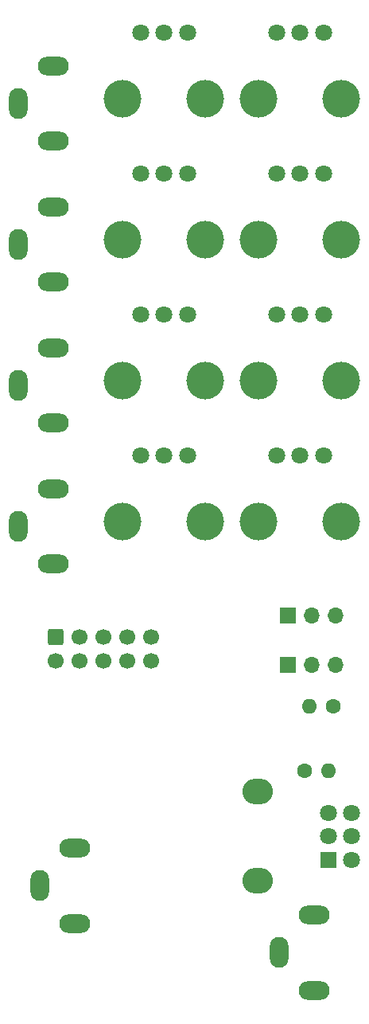
<source format=gts>
G04 #@! TF.GenerationSoftware,KiCad,Pcbnew,6.0.5-a6ca702e91~116~ubuntu22.04.1*
G04 #@! TF.CreationDate,2022-06-02T14:51:50-07:00*
G04 #@! TF.ProjectId,HEAR,48454152-2e6b-4696-9361-645f70636258,2.1*
G04 #@! TF.SameCoordinates,Original*
G04 #@! TF.FileFunction,Soldermask,Top*
G04 #@! TF.FilePolarity,Negative*
%FSLAX46Y46*%
G04 Gerber Fmt 4.6, Leading zero omitted, Abs format (unit mm)*
G04 Created by KiCad (PCBNEW 6.0.5-a6ca702e91~116~ubuntu22.04.1) date 2022-06-02 14:51:50*
%MOMM*%
%LPD*%
G01*
G04 APERTURE LIST*
G04 Aperture macros list*
%AMRoundRect*
0 Rectangle with rounded corners*
0 $1 Rounding radius*
0 $2 $3 $4 $5 $6 $7 $8 $9 X,Y pos of 4 corners*
0 Add a 4 corners polygon primitive as box body*
4,1,4,$2,$3,$4,$5,$6,$7,$8,$9,$2,$3,0*
0 Add four circle primitives for the rounded corners*
1,1,$1+$1,$2,$3*
1,1,$1+$1,$4,$5*
1,1,$1+$1,$6,$7*
1,1,$1+$1,$8,$9*
0 Add four rect primitives between the rounded corners*
20,1,$1+$1,$2,$3,$4,$5,0*
20,1,$1+$1,$4,$5,$6,$7,0*
20,1,$1+$1,$6,$7,$8,$9,0*
20,1,$1+$1,$8,$9,$2,$3,0*%
G04 Aperture macros list end*
%ADD10O,3.300000X2.000000*%
%ADD11O,2.000000X3.300000*%
%ADD12C,4.000000*%
%ADD13C,1.800000*%
%ADD14O,3.240000X2.720000*%
%ADD15R,1.800000X1.800000*%
%ADD16RoundRect,0.250000X-0.600000X0.600000X-0.600000X-0.600000X0.600000X-0.600000X0.600000X0.600000X0*%
%ADD17C,1.700000*%
%ADD18R,1.700000X1.700000*%
%ADD19O,1.700000X1.700000*%
%ADD20C,1.600000*%
%ADD21O,1.600000X1.600000*%
G04 APERTURE END LIST*
D10*
X19685000Y-53911000D03*
D11*
X15985000Y-49911000D03*
D10*
X19685000Y-45911000D03*
D12*
X41600000Y-79400000D03*
X50400000Y-79400000D03*
D13*
X43500000Y-72400000D03*
X46000000Y-72400000D03*
X48500000Y-72400000D03*
D10*
X19685000Y-38925000D03*
D11*
X15985000Y-34925000D03*
D10*
X19685000Y-30925000D03*
X19685000Y-68897000D03*
D11*
X15985000Y-64897000D03*
D10*
X19685000Y-60897000D03*
D12*
X27100000Y-34400000D03*
X35900000Y-34400000D03*
D13*
X29000000Y-27400000D03*
X31500000Y-27400000D03*
X34000000Y-27400000D03*
D12*
X41600000Y-49400000D03*
X50400000Y-49400000D03*
D13*
X43500000Y-42400000D03*
X46000000Y-42400000D03*
X48500000Y-42400000D03*
D12*
X50400000Y-64400000D03*
X41600000Y-64400000D03*
D13*
X43500000Y-57400000D03*
X46000000Y-57400000D03*
X48500000Y-57400000D03*
D14*
X41503600Y-117616800D03*
X41503600Y-108116800D03*
D15*
X49003600Y-115366800D03*
D13*
X49003600Y-112866800D03*
X49003600Y-110366800D03*
X51503600Y-115366800D03*
X51503600Y-112866800D03*
X51503600Y-110366800D03*
D12*
X35900000Y-64400000D03*
X27100000Y-64400000D03*
D13*
X29000000Y-57400000D03*
X31500000Y-57400000D03*
X34000000Y-57400000D03*
D10*
X21971000Y-122110000D03*
D11*
X18271000Y-118110000D03*
D10*
X21971000Y-114110000D03*
D12*
X27100000Y-49400000D03*
X35900000Y-49400000D03*
D13*
X29000000Y-42400000D03*
X31500000Y-42400000D03*
X34000000Y-42400000D03*
D12*
X27100000Y-79400000D03*
X35900000Y-79400000D03*
D13*
X29000000Y-72400000D03*
X31500000Y-72400000D03*
X34000000Y-72400000D03*
D12*
X50400000Y-34400000D03*
X41600000Y-34400000D03*
D13*
X43500000Y-27400000D03*
X46000000Y-27400000D03*
X48500000Y-27400000D03*
D10*
X19685000Y-83883000D03*
D11*
X15985000Y-79883000D03*
D10*
X19685000Y-75883000D03*
X47498000Y-129222000D03*
D11*
X43798000Y-125222000D03*
D10*
X47498000Y-121222000D03*
D16*
X19964400Y-91694000D03*
D17*
X19964400Y-94234000D03*
X22504400Y-91694000D03*
X22504400Y-94234000D03*
X25044400Y-91694000D03*
X25044400Y-94234000D03*
X27584400Y-91694000D03*
X27584400Y-94234000D03*
X30124400Y-91694000D03*
X30124400Y-94234000D03*
D18*
X44704000Y-94615000D03*
D19*
X47244000Y-94615000D03*
X49784000Y-94615000D03*
D20*
X46482000Y-105918000D03*
D21*
X49022000Y-105918000D03*
D18*
X44719000Y-89408000D03*
D19*
X47259000Y-89408000D03*
X49799000Y-89408000D03*
D20*
X49559000Y-99060000D03*
D21*
X47019000Y-99060000D03*
M02*

</source>
